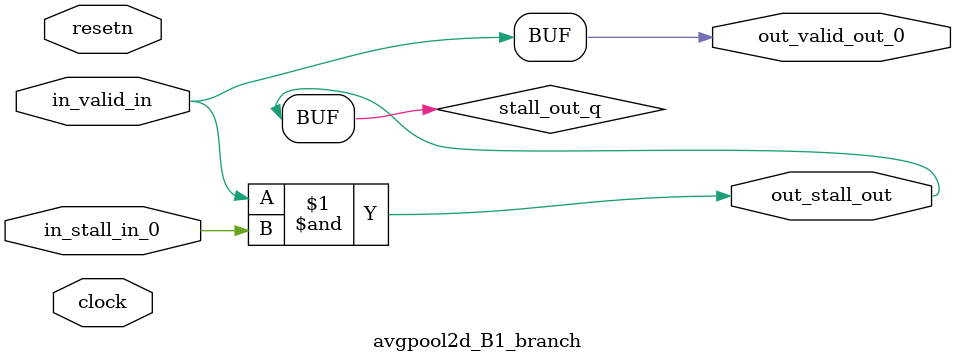
<source format=sv>



(* altera_attribute = "-name AUTO_SHIFT_REGISTER_RECOGNITION OFF; -name MESSAGE_DISABLE 10036; -name MESSAGE_DISABLE 10037; -name MESSAGE_DISABLE 14130; -name MESSAGE_DISABLE 14320; -name MESSAGE_DISABLE 15400; -name MESSAGE_DISABLE 14130; -name MESSAGE_DISABLE 10036; -name MESSAGE_DISABLE 12020; -name MESSAGE_DISABLE 12030; -name MESSAGE_DISABLE 12010; -name MESSAGE_DISABLE 12110; -name MESSAGE_DISABLE 14320; -name MESSAGE_DISABLE 13410; -name MESSAGE_DISABLE 113007; -name MESSAGE_DISABLE 10958" *)
module avgpool2d_B1_branch (
    input wire [0:0] in_stall_in_0,
    input wire [0:0] in_valid_in,
    output wire [0:0] out_stall_out,
    output wire [0:0] out_valid_out_0,
    input wire clock,
    input wire resetn
    );

    wire [0:0] stall_out_q;


    // stall_out(LOGICAL,6)
    assign stall_out_q = in_valid_in & in_stall_in_0;

    // out_stall_out(GPOUT,4)
    assign out_stall_out = stall_out_q;

    // out_valid_out_0(GPOUT,5)
    assign out_valid_out_0 = in_valid_in;

endmodule

</source>
